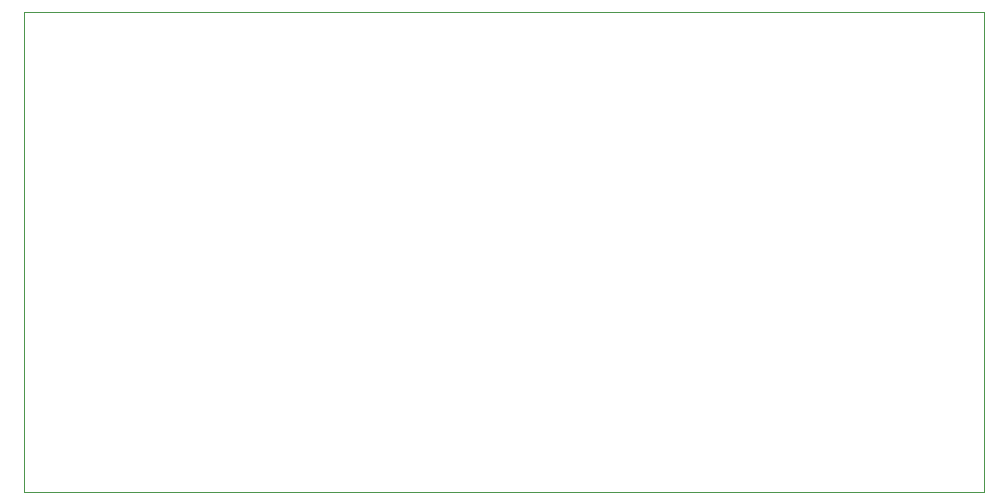
<source format=gm1>
G04 #@! TF.GenerationSoftware,KiCad,Pcbnew,(5.1.9)-1*
G04 #@! TF.CreationDate,2021-12-30T20:04:45+01:00*
G04 #@! TF.ProjectId,Pumpe,50756d70-652e-46b6-9963-61645f706362,rev?*
G04 #@! TF.SameCoordinates,Original*
G04 #@! TF.FileFunction,Profile,NP*
%FSLAX46Y46*%
G04 Gerber Fmt 4.6, Leading zero omitted, Abs format (unit mm)*
G04 Created by KiCad (PCBNEW (5.1.9)-1) date 2021-12-30 20:04:45*
%MOMM*%
%LPD*%
G01*
G04 APERTURE LIST*
G04 #@! TA.AperFunction,Profile*
%ADD10C,0.038100*%
G04 #@! TD*
G04 APERTURE END LIST*
D10*
X182880000Y-74930000D02*
X101600000Y-74930000D01*
X101600000Y-74930000D02*
X101600000Y-34290000D01*
X182880000Y-34290000D02*
X182880000Y-74930000D01*
X101600000Y-34290000D02*
X182880000Y-34290000D01*
M02*

</source>
